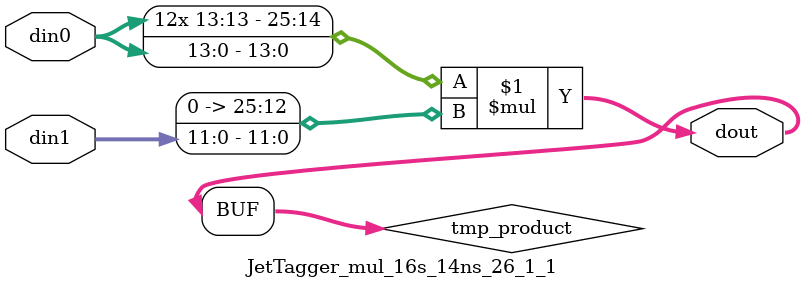
<source format=v>

`timescale 1 ns / 1 ps

  module JetTagger_mul_16s_14ns_26_1_1(din0, din1, dout);
parameter ID = 1;
parameter NUM_STAGE = 0;
parameter din0_WIDTH = 14;
parameter din1_WIDTH = 12;
parameter dout_WIDTH = 26;

input [din0_WIDTH - 1 : 0] din0; 
input [din1_WIDTH - 1 : 0] din1; 
output [dout_WIDTH - 1 : 0] dout;

wire signed [dout_WIDTH - 1 : 0] tmp_product;












assign tmp_product = $signed(din0) * $signed({1'b0, din1});









assign dout = tmp_product;







endmodule

</source>
